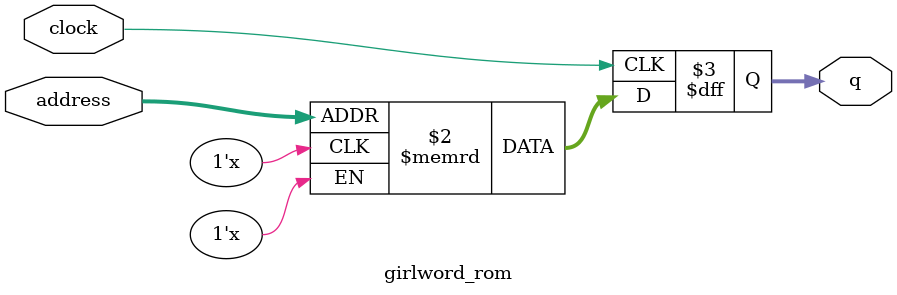
<source format=sv>
module girlword_rom (
	input logic clock,
	input logic [11:0] address,
	output logic [3:0] q
);

logic [3:0] memory [0:2999] /* synthesis ram_init_file = "./girlword/girlword.COE" */;

always_ff @ (posedge clock) begin
	q <= memory[address];
end

endmodule

</source>
